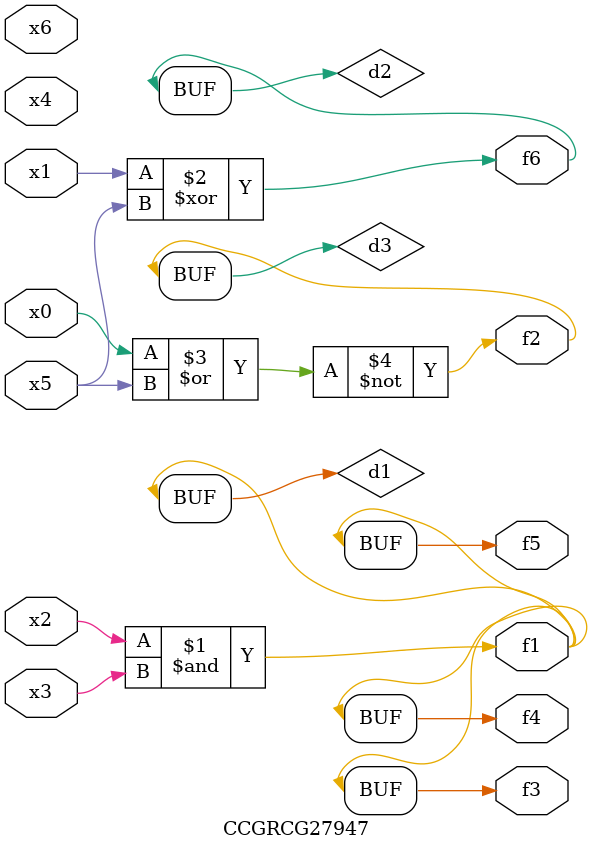
<source format=v>
module CCGRCG27947(
	input x0, x1, x2, x3, x4, x5, x6,
	output f1, f2, f3, f4, f5, f6
);

	wire d1, d2, d3;

	and (d1, x2, x3);
	xor (d2, x1, x5);
	nor (d3, x0, x5);
	assign f1 = d1;
	assign f2 = d3;
	assign f3 = d1;
	assign f4 = d1;
	assign f5 = d1;
	assign f6 = d2;
endmodule

</source>
